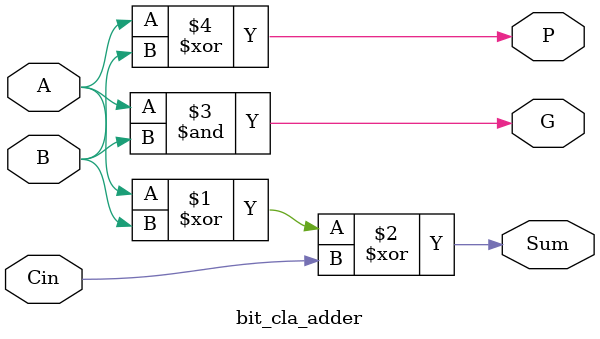
<source format=v>
module bit_cla_adder(
    input A,B,Cin,
    output G,P,Sum
);
    assign Sum = (A ^ B) ^ Cin;
    assign G = A & B;
    assign P = A ^ B;

endmodule
</source>
